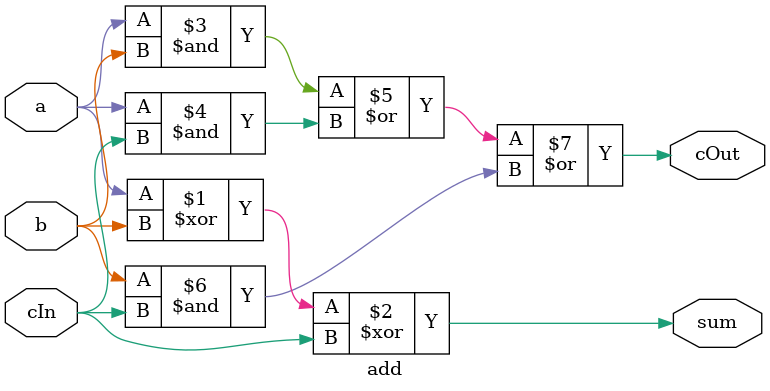
<source format=sv>
module add (
  input  logic a, b, cIn,
  output logic cOut, sum
);
  assign sum = a ^ b ^ cIn;
  assign cOut = (a & b) | (a & cIn) | (b & cIn);
endmodule

</source>
